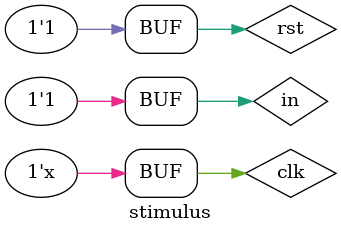
<source format=v>
`timescale 1ns / 1ps


module stimulus;

	// Inputs
	reg in;
	reg clk;
	reg rst;

	// Outputs
	wire out;

	// Instantiate the Unit Under Test (UUT)
	lab10 uut (
		.in(in), 
		.clk(clk), 
		.rst(rst), 
		.out(out)
	);

	initial begin
		// Initialize Inputs
		in = 0;
		clk = 0;
		rst = 0;

		// Wait 100 ns for global reset to finish
		#10;
		rst=1;
		in=1;
		#10;
		rst=1;
		in=1;
		#10;
		rst=1;
		in=0;
		#10;
		rst=1;
		in=1;
		
        
		// Add stimulus here

	end
	always
	begin
	#5
	clk=~clk;
	end
      
endmodule


</source>
